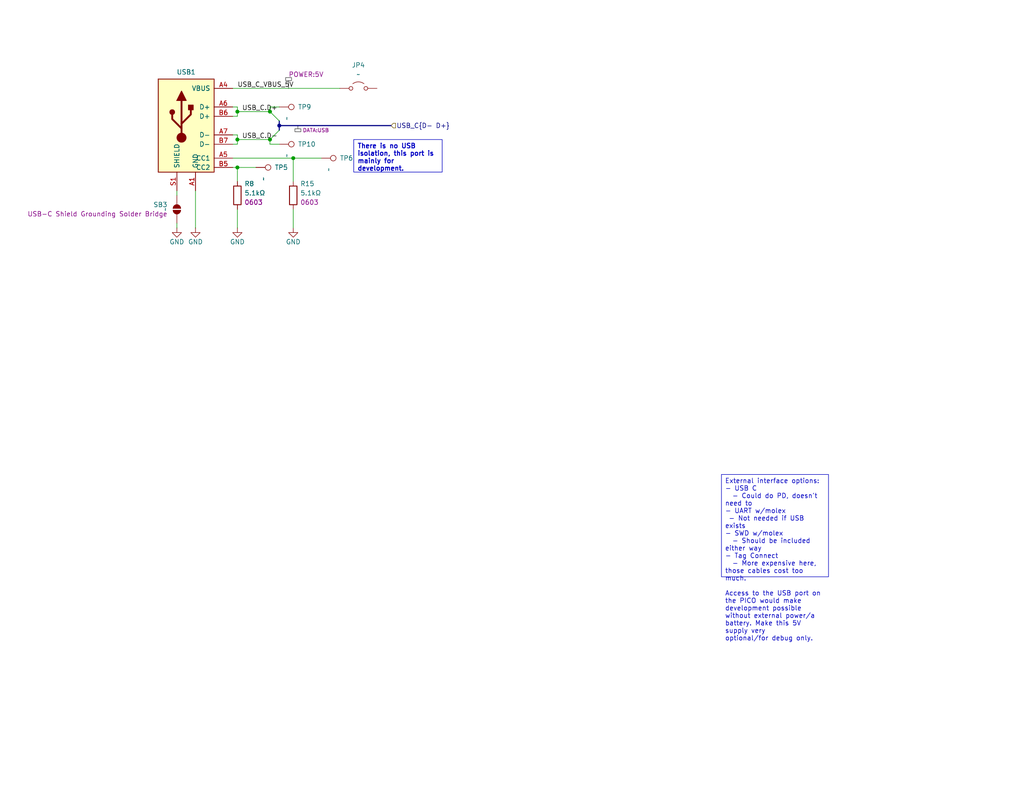
<source format=kicad_sch>
(kicad_sch (version 20250114) (generator "eeschema") (generator_version "9.0")
  (paper "A")
  (lib_symbols
    (symbol "Connector:TestPoint" (pin_numbers (hide yes)) (pin_names (offset 0.762) (hide yes))
      (property "Reference" "TP" (at 0 6.858 0))
      (property "Value" "TestPoint" (at 0 5.08 0))
      (symbol "TestPoint_0_1"
        (circle (center 0 3.302) (radius 0.762))
      )
      (symbol "TestPoint_1_1"
        (pin passive line (at 0 0 90) (length 2.54) (name "1") (number "1"))
      )
    )
    (symbol "Device:R" (pin_numbers (hide yes)) (pin_names (offset 0))
      (property "Reference" "R" (at 2.032 0 90))
      (property "Value" "R" (at 0 0 90))
      (symbol "R_0_1"
        (rectangle (start -1.016 -2.54) (end 1.016 2.54) (stroke (width 0.254)))
      )
      (symbol "R_1_1"
        (pin passive line (at 0 3.81 270) (length 1.27) (name "~") (number "1"))
        (pin passive line (at 0 -3.81 90) (length 1.27) (name "~") (number "2"))
      )
    )
    (symbol "Jumper:Jumper_2_Open" (pin_numbers (hide yes)) (pin_names (offset 0) (hide yes)) (exclude_from_sim yes)
      (property "Reference" "JP" (at 0 2.794 0))
      (property "Value" "Jumper_2_Open" (at 0 -2.286 0))
      (symbol "Jumper_2_Open_0_0"
        (circle (center -2.032 0) (radius 0.508))
        (circle (center 2.032 0) (radius 0.508))
      )
      (symbol "Jumper_2_Open_0_1"
        (arc (start -1.524 1.27) (mid 0 1.778) (end 1.524 1.27))
      )
      (symbol "Jumper_2_Open_1_1"
        (pin passive line (at -5.08 0 0) (length 2.54) (name "A") (number "1"))
        (pin passive line (at 5.08 0 180) (length 2.54) (name "B") (number "2"))
      )
    )
    (symbol "Jumper:SolderJumper_2_Open" (pin_numbers (hide yes)) (pin_names (offset 0) (hide yes)) (exclude_from_sim yes) (in_bom no)
      (property "Reference" "JP" (at 0 2.032 0))
      (property "Value" "SolderJumper_2_Open" (at 0 -2.54 0))
      (symbol "SolderJumper_2_Open_0_1"
        (polyline (pts (xy -0.254 1.016) (xy -0.254 -1.016)))
        (arc (start -0.254 -1.016) (mid -1.2656 0) (end -0.254 1.016))
        (arc (start -0.254 -1.016) (mid -1.2656 0) (end -0.254 1.016) (fill (type outline)))
        (arc (start 0.254 1.016) (mid 1.2656 0) (end 0.254 -1.016))
        (arc (start 0.254 1.016) (mid 1.2656 0) (end 0.254 -1.016) (fill (type outline)))
        (polyline (pts (xy 0.254 1.016) (xy 0.254 -1.016)))
      )
      (symbol "SolderJumper_2_Open_1_1"
        (pin passive line (at -3.81 0 0) (length 2.54) (name "A") (number "1"))
        (pin passive line (at 3.81 0 180) (length 2.54) (name "B") (number "2"))
      )
    )
    (symbol "a_giraffe_symbols:USB_C_Receptacle_USB2.0_14P" (pin_names (offset 1.016))
      (property "Reference" "J5" (at 0 22.86 0))
      (property "Value" "USB_C_Receptacle_USB2.0_14P" (at 0 20.32 0))
      (symbol "USB_C_Receptacle_USB2.0_14P_0_1"
        (rectangle (start -7.62 12.7) (end 7.62 -12.7) (stroke (width 0.254)) (fill (type background)))
        (circle (center -3.81 3.683) (radius 0.635) (stroke (width 0.254)) (fill (type outline)))
        (polyline (pts (xy -2.54 6.858) (xy -1.27 9.398) (xy 0 6.858) (xy -2.54 6.858)) (stroke (width 0.254)) (fill (type outline)))
        (polyline (pts (xy -1.27 0.508) (xy 1.27 3.048) (xy 1.27 4.318)) (stroke (width 0.508)))
        (polyline (pts (xy -1.27 -0.762) (xy -3.81 1.778) (xy -3.81 3.048)) (stroke (width 0.508)))
        (circle (center -1.27 -3.302) (radius 1.27) (fill (type outline)))
        (polyline (pts (xy -1.27 -3.302) (xy -1.27 6.858)) (stroke (width 0.508)))
        (rectangle (start 0.635 4.318) (end 1.905 5.588) (stroke (width 0.254)) (fill (type outline)))
      )
      (symbol "USB_C_Receptacle_USB2.0_14P_1_1"
        (pin passive line (at -2.54 -17.78 90) (length 5.08) (name "SHIELD") (number "S1"))
        (pin passive line (at 2.54 -17.78 90) (length 5.08) (name "GND") (number "A1"))
        (pin passive line (at 2.54 -17.78 90) (length 5.08) (hide yes) (name "GND") (number "A12"))
        (pin passive line (at 2.54 -17.78 90) (length 5.08) (hide yes) (name "GND") (number "B1"))
        (pin passive line (at 2.54 -17.78 90) (length 5.08) (hide yes) (name "GND") (number "B12"))
        (pin passive line (at 12.7 10.16 180) (length 5.08) (name "VBUS") (number "A4"))
        (pin passive line (at 12.7 10.16 180) (length 5.08) (hide yes) (name "VBUS") (number "A9"))
        (pin passive line (at 12.7 10.16 180) (length 5.08) (hide yes) (name "VBUS") (number "B4"))
        (pin passive line (at 12.7 10.16 180) (length 5.08) (hide yes) (name "VBUS") (number "B9"))
        (pin bidirectional line (at 12.7 5.08 180) (length 5.08) (name "D+") (number "A6"))
        (pin bidirectional line (at 12.7 2.54 180) (length 5.08) (name "D+") (number "B6"))
        (pin bidirectional line (at 12.7 -2.54 180) (length 5.08) (name "D-") (number "A7"))
        (pin bidirectional line (at 12.7 -5.08 180) (length 5.08) (name "D-") (number "B7"))
        (pin bidirectional line (at 12.7 -8.89 180) (length 5.08) (name "CC1") (number "A5"))
        (pin bidirectional line (at 12.7 -11.43 180) (length 5.08) (name "CC2") (number "B5"))
      )
    )
    (symbol "power:GND" (power) (pin_numbers (hide yes)) (pin_names (offset 0) (hide yes))
      (property "Value" "GND" (at 0 -3.81 0))
      (symbol "GND_0_1"
        (polyline (pts (xy 0 0) (xy 0 -1.27) (xy 1.27 -1.27) (xy 0 -2.54) (xy -1.27 -1.27) (xy 0 -1.27)))
      )
      (symbol "GND_1_1"
        (pin power_in line (at 0 0 270) (length 0) (name "~") (number "1"))
      )
    )
  )
  (text_box "There is no USB isolation, this port is\nmainly for development." (at 96.52 38.1 0) (size 24.13 8.89) (margins 0.9525 0.9525 0.9525 0.9525) (effects (font (size 1.27 1.27) (thickness 0.254) (bold yes)) (justify left top)))
  (text_box "External interface options:\n- USB C\n  - Could do PD, doesn't need to\n- UART w/molex\n - Not needed if USB exists\n- SWD w/molex\n  - Should be included either way\n- Tag Connect\n  - More expensive here, those cables cost too much.\n\nAccess to the USB port on the PICO would make development possible\nwithout external power/a battery. Make this 5V supply very\noptional/for debug only." (at 196.85 129.54 0) (size 29.21 27.94) (margins 0.9525 0.9525 0.9525 0.9525) (effects (font (size 1.27 1.27)) (justify left top)))
  (junction (at 76.2 34.29))
  (junction (at 73.66 30.48))
  (junction (at 80.01 43.18))
  (junction (at 64.77 45.72))
  (junction (at 73.66 38.1))
  (junction (at 64.77 30.48))
  (junction (at 64.77 38.1))
  (bus_entry (at 76.2 33.02) (size -2.54 -2.54))
  (bus_entry (at 76.2 35.56) (size -2.54 2.54))
  (wire (pts (xy 64.77 29.21) (xy 64.77 30.48)))
  (wire (pts (xy 73.66 39.37) (xy 73.66 38.1)))
  (wire (pts (xy 69.85 45.72) (xy 64.77 45.72)))
  (wire (pts (xy 53.34 62.23) (xy 53.34 52.07)))
  (wire (pts (xy 80.01 43.18) (xy 87.63 43.18)))
  (wire (pts (xy 76.2 29.21) (xy 73.66 29.21)))
  (wire (pts (xy 63.5 31.75) (xy 64.77 31.75)))
  (wire (pts (xy 64.77 38.1) (xy 73.66 38.1)))
  (wire (pts (xy 48.26 62.23) (xy 48.26 60.96)))
  (wire (pts (xy 64.77 36.83) (xy 64.77 38.1)))
  (wire (pts (xy 63.5 45.72) (xy 64.77 45.72)))
  (wire (pts (xy 64.77 30.48) (xy 64.77 31.75)))
  (wire (pts (xy 48.26 53.34) (xy 48.26 52.07)))
  (bus (pts (xy 76.2 34.29) (xy 106.68 34.29)))
  (wire (pts (xy 80.01 43.18) (xy 80.01 49.53)))
  (wire (pts (xy 64.77 30.48) (xy 73.66 30.48)))
  (wire (pts (xy 76.2 39.37) (xy 73.66 39.37)))
  (bus (pts (xy 76.2 33.02) (xy 76.2 34.29)))
  (wire (pts (xy 63.5 36.83) (xy 64.77 36.83)))
  (wire (pts (xy 64.77 39.37) (xy 63.5 39.37)))
  (wire (pts (xy 80.01 62.23) (xy 80.01 57.15)))
  (wire (pts (xy 63.5 43.18) (xy 80.01 43.18)))
  (wire (pts (xy 64.77 62.23) (xy 64.77 57.15)))
  (wire (pts (xy 63.5 24.13) (xy 92.71 24.13)))
  (wire (pts (xy 64.77 38.1) (xy 64.77 39.37)))
  (bus (pts (xy 76.2 34.29) (xy 76.2 35.56)))
  (wire (pts (xy 64.77 45.72) (xy 64.77 49.53)))
  (wire (pts (xy 64.77 29.21) (xy 63.5 29.21)))
  (wire (pts (xy 73.66 29.21) (xy 73.66 30.48)))
  (label "USB_C.D-" (at 66.04 38.1 0))
  (label "USB_C_VBUS_5V" (at 64.77 24.13 0))
  (label "USB_C.D+" (at 66.04 30.48 0))
  (hierarchical_label "USB_C{D- D+}" (shape input) (at 106.68 34.29 0))
  (netclass_flag "" (length 2.54) (shape rectangle) (at 78.74 24.13 0) (property "Netclass" "POWER:5V" (at 78.74 20.32 0) (effects (justify left))))
  (netclass_flag "" (length 1.27) (shape rectangle) (at 81.28 34.29 180) (property "Netclass" "DATA:USB" (at 82.55 35.56 0) (effects (font (size 1.016 1.016)) (justify left))))
  (symbol (lib_id "a_giraffe_symbols:USB_C_Receptacle_USB2.0_14P") (at 50.8 34.29 0) (unit 1)
    (property "Reference" "USB1" (at 50.8 19.685 0))
    (property "Value" "USB_C_Receptacle_USB2.0_14P" (effects (hide yes)))
    (property "Datasheet" "https://www.usb.org/sites/default/files/documents/usb_type-c.zip" (effects (hide yes)))
    (property "Description" "USB 2.0-only 14P Type-C Receptacle connector" (effects (hide yes)))
  )
  (symbol (lib_id "Connector:TestPoint") (at 76.2 39.37 270) (unit 1)
    (property "Reference" "TP10" (at 81.28 39.37 90) (effects (justify left)))
    (property "Value" "~" (at 78.232 41.91 0) (effects (justify left)))
    (property "Description" "test point" (effects (hide yes)))
  )
  (symbol (lib_id "Jumper:Jumper_2_Open") (at 97.79 24.13 0) (unit 1) (exclude_from_sim yes)
    (property "Reference" "JP4" (at 97.79 17.78 0))
    (property "Value" "~" (at 97.79 20.32 0))
    (property "Footprint" "Connector_PinHeader_2.54mm:PinHeader_1x02_P2.54mm_Vertical" (effects (hide yes)))
    (property "Description" "Development USB Power Jumper" (effects (hide yes)))
  )
  (symbol (lib_id "Jumper:SolderJumper_2_Open") (at 48.26 57.15 270) (mirror x) (unit 1) (in_bom no) (on_board no)
    (property "Reference" "SB3" (at 45.72 55.88 90) (effects (justify right)))
    (property "Value" "~" (at 45.085 57.15 0))
    (property "Description" "USB-C Shield Grounding Solder Bridge" (at 45.72 58.42 90) (effects (justify right)))
  )
  (symbol (lib_id "power:GND") (at 53.34 62.23 0) (mirror y) (unit 1)
    (property "Reference" "#PWR022" (effects (hide yes)))
    (property "Value" "GND" (at 53.34 66.04 0))
    (property "Description" "Power symbol creates a global label with name \"GND\" , ground" (effects (hide yes)))
  )
  (symbol (lib_id "power:GND") (at 48.26 62.23 0) (mirror y) (unit 1)
    (property "Reference" "#PWR027" (effects (hide yes)))
    (property "Value" "GND" (at 48.26 66.04 0))
    (property "Description" "Power symbol creates a global label with name \"GND\" , ground" (effects (hide yes)))
  )
  (symbol (lib_id "power:GND") (at 64.77 62.23 0) (mirror y) (unit 1)
    (property "Reference" "#PWR028" (effects (hide yes)))
    (property "Value" "GND" (at 64.77 66.04 0))
    (property "Description" "Power symbol creates a global label with name \"GND\" , ground" (effects (hide yes)))
  )
  (symbol (lib_id "Connector:TestPoint") (at 87.63 43.18 270) (unit 1)
    (property "Reference" "TP6" (at 92.71 43.18 90) (effects (justify left)))
    (property "Value" "~" (at 89.662 45.72 0) (effects (justify left)))
    (property "Description" "test point" (effects (hide yes)))
  )
  (symbol (lib_id "power:GND") (at 80.01 62.23 0) (mirror y) (unit 1)
    (property "Reference" "#PWR029" (effects (hide yes)))
    (property "Value" "GND" (at 80.01 66.04 0))
    (property "Description" "Power symbol creates a global label with name \"GND\" , ground" (effects (hide yes)))
  )
  (symbol (lib_id "Connector:TestPoint") (at 69.85 45.72 270) (unit 1)
    (property "Reference" "TP5" (at 74.93 45.72 90) (effects (justify left)))
    (property "Value" "~" (at 71.882 48.26 0) (effects (justify left)))
    (property "Description" "test point" (effects (hide yes)))
  )
  (symbol (lib_id "Connector:TestPoint") (at 76.2 29.21 270) (unit 1)
    (property "Reference" "TP9" (at 81.28 29.21 90) (effects (justify left)))
    (property "Value" "~" (at 78.232 31.75 0) (effects (justify left)))
    (property "Description" "test point" (effects (hide yes)))
  )
  (symbol (lib_id "Device:R") (at 80.01 53.34 0) (unit 1)
    (property "Reference" "R15" (at 81.915 50.165 0) (effects (justify left)))
    (property "Value" "5.1kΩ" (at 81.915 52.705 0) (effects (justify left)))
    (property "Description" "Resistor" (effects (hide yes)))
    (property "Size" "0603" (at 81.915 55.245 0) (effects (justify left)))
  )
  (symbol (lib_id "Device:R") (at 64.77 53.34 0) (unit 1)
    (property "Reference" "R8" (at 66.675 50.165 0) (effects (justify left)))
    (property "Value" "5.1kΩ" (at 66.675 52.705 0) (effects (justify left)))
    (property "Description" "Resistor" (effects (hide yes)))
    (property "Size" "0603" (at 66.675 55.245 0) (effects (justify left)))
  )
)
</source>
